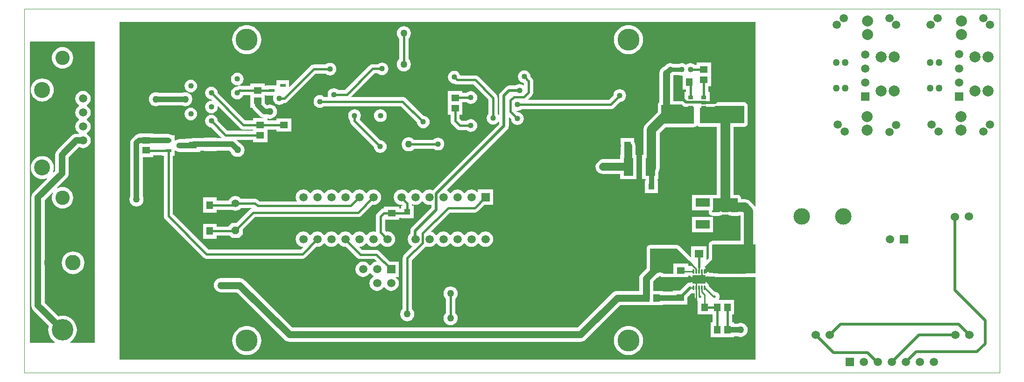
<source format=gbl>
%FSTAX23Y23*%
%MOIN*%
%SFA1B1*%

%IPPOS*%
%AMD15*
4,1,8,0.030500,-0.005900,0.030500,0.005900,0.024600,0.011800,-0.024600,0.011800,-0.030500,0.005900,-0.030500,-0.005900,-0.024600,-0.011800,0.024600,-0.011800,0.030500,-0.005900,0.0*
1,1,0.011820,0.024600,-0.005900*
1,1,0.011820,0.024600,0.005900*
1,1,0.011820,-0.024600,0.005900*
1,1,0.011820,-0.024600,-0.005900*
%
%AMD42*
4,1,8,-0.027600,-0.011500,-0.011500,-0.027600,0.011500,-0.027600,0.027600,-0.011500,0.027600,0.011500,0.011500,0.027600,-0.011500,0.027600,-0.027600,0.011500,-0.027600,-0.011500,0.0*
%
%ADD14R,0.098430X0.059060*%
G04~CAMADD=15~8~0.0~0.0~236.2~610.2~59.1~0.0~15~0.0~0.0~0.0~0.0~0~0.0~0.0~0.0~0.0~0~0.0~0.0~0.0~270.0~610.0~236.0*
%ADD15D15*%
%ADD17R,0.041340X0.043310*%
%ADD20R,0.047240X0.053150*%
%ADD21R,0.053150X0.047240*%
%ADD22R,0.057090X0.045280*%
%ADD23R,0.045280X0.057090*%
%ADD25C,0.015000*%
%ADD26C,0.020000*%
%ADD27C,0.013000*%
%ADD28C,0.040000*%
%ADD29C,0.050000*%
%ADD30C,0.030000*%
%ADD31C,0.065000*%
%ADD33C,0.001000*%
%ADD34C,0.078740*%
%ADD35R,0.059060X0.059060*%
%ADD36C,0.059060*%
%ADD37C,0.110240*%
%ADD38C,0.153540*%
%ADD39C,0.060000*%
%ADD40C,0.114170*%
%ADD41R,0.059060X0.059060*%
G04~CAMADD=42~4~0.0~0.0~551.2~551.2~0.0~161.4~0~0.0~0.0~0.0~0.0~0~0.0~0.0~0.0~0.0~0~0.0~0.0~0.0~135.0~551.2~551.2*
%ADD42D42*%
%ADD43C,0.055120*%
%ADD44C,0.118110*%
%ADD45C,0.050000*%
%ADD46C,0.022840*%
%ADD47C,0.102360*%
%ADD48C,0.157000*%
%ADD49C,0.040000*%
%ADD50C,0.020000*%
%ADD51C,0.062000*%
%ADD52R,0.066930X0.125980*%
%ADD53R,0.094490X0.064960*%
%ADD54O,0.011020X0.033470*%
%ADD55R,0.035430X0.025590*%
%ADD56R,0.061020X0.055120*%
%ADD57R,0.043310X0.041340*%
%ADD58R,0.039370X0.023620*%
%ADD59C,0.045000*%
%ADD60C,0.010000*%
%ADD61C,0.025000*%
%ADD62C,0.070000*%
%ADD63C,0.035000*%
%ADD64C,0.055000*%
%ADD65R,0.027560X0.011020*%
%LNcareboard_smd_ordered_6.29-1*%
%LPD*%
G36*
X04633Y01917D02*
X04691D01*
X04697Y01911*
X04704Y01905*
X04713Y01901*
X04722Y019*
X0478*
Y01783*
X0478Y01782*
X04547*
Y01915*
X04629Y01918*
X04607Y01917*
X04629Y01918*
X04633Y01917*
G37*
G36*
X00503Y02367D02*
Y00216D01*
X00328*
X00327Y0022*
X00329Y00221*
X00344Y00234*
X00357Y0025*
X00366Y00267*
X00372Y00287*
X00374Y00307*
X00372Y00326*
X00366Y00346*
X00357Y00363*
X00344Y00379*
X00329Y00392*
X00311Y00401*
X00292Y00407*
X00272Y00409*
X00252Y00407*
X00242Y00404*
X00145Y00501*
Y01235*
X00201Y01291*
X00205Y01288*
X00201Y01281*
X00197Y01266*
X00195Y01252*
X00197Y01237*
X00201Y01222*
X00208Y01209*
X00218Y01197*
X00229Y01188*
X00243Y01181*
X00257Y01176*
X00272Y01175*
X00287Y01176*
X00301Y01181*
X00315Y01188*
X00326Y01197*
X00336Y01209*
X00343Y01222*
X00347Y01237*
X00349Y01252*
X00347Y01266*
X00343Y01281*
X00336Y01294*
X00326Y01306*
X00315Y01315*
X00301Y01322*
X00287Y01327*
X00272Y01328*
X00257Y01327*
X00243Y01322*
X00236Y01319*
X00233Y01323*
X00302Y01392*
X00309Y01402*
X00314Y01413*
X00316Y01426*
Y01539*
X0039Y01613*
X00391*
X00404Y01607*
X00418Y01606*
X00432Y01607*
X00446Y01613*
X00457Y01622*
X00466Y01633*
X00471Y01646*
X00473Y01661*
X00471Y01675*
X00466Y01688*
X00457Y01699*
X00446Y01708*
Y01713*
X00457Y01722*
X00466Y01733*
X00471Y01746*
X00473Y01761*
X00471Y01775*
X00466Y01788*
X00457Y01799*
X00446Y01808*
Y01813*
X00457Y01822*
X00466Y01833*
X00471Y01846*
X00473Y01861*
X00471Y01875*
X00466Y01888*
X00457Y01899*
X00446Y01908*
Y01913*
X00457Y01922*
X00466Y01933*
X00471Y01946*
X00473Y01961*
X00471Y01975*
X00466Y01988*
X00457Y01999*
X00446Y02008*
X00432Y02014*
X00418Y02016*
X00404Y02014*
X00391Y02008*
X00379Y01999*
X0037Y01988*
X00365Y01975*
X00363Y01961*
X00365Y01946*
X0037Y01933*
X00379Y01922*
X0039Y01913*
Y01908*
X00379Y01899*
X0037Y01888*
X00365Y01875*
X00363Y01861*
X00365Y01846*
X0037Y01833*
X00379Y01822*
X0039Y01813*
Y01808*
X00379Y01799*
X0037Y01788*
X00365Y01775*
X00363Y01761*
X00365Y01746*
X0037Y01733*
X00379Y01722*
X0039Y01713*
X00389Y01708*
X0037*
X00358Y01707*
X00349Y01703*
X00346Y01702*
X00336Y01694*
X00234Y01592*
X00227Y01582*
X00225Y01579*
X00222Y01571*
X0022Y01559*
Y01445*
X00208Y01433*
X00203Y01435*
X00208Y0145*
X00209Y01467*
X00208Y01483*
X00203Y01498*
X00196Y01512*
X00185Y01525*
X00173Y01535*
X00159Y01543*
X00143Y01547*
X00127Y01549*
X00111Y01547*
X00095Y01543*
X00081Y01535*
X00069Y01525*
X00058Y01512*
X00051Y01498*
X00046Y01483*
X00045Y01467*
X00046Y0145*
X00051Y01435*
X00058Y01421*
X00069Y01408*
X00081Y01398*
X00095Y0139*
X00111Y01386*
X00127Y01384*
X00143Y01386*
X00158Y0139*
X00161Y01386*
X00063Y01288*
X00056Y01278*
X00054Y01275*
X00051Y01267*
X00049Y01255*
Y00482*
X00051Y00469*
X00054Y00461*
X00056Y00458*
X00063Y00448*
X00175Y00336*
X00172Y00326*
X0017Y00307*
X00172Y00287*
X00178Y00267*
X00187Y0025*
X002Y00234*
X00215Y00221*
X00217Y0022*
X00216Y00216*
X0004*
X00039Y02365*
X00043Y02369*
X00502*
X00503Y02367*
G37*
G36*
X04681Y02124D02*
X04692Y02123D01*
X04694Y02123*
X04697Y02123*
X04698Y02122*
Y0212*
Y02025*
X04722*
Y02024*
Y02007*
X04712*
Y01942*
X04633*
Y01943*
Y02126*
X04635Y02128*
X04672*
X04681Y02124*
G37*
G36*
X05134Y01909D02*
D01*
X05138Y01908*
Y01784*
X04822*
X04821Y01785*
Y01894*
X04892*
Y01897*
X04928*
X04937Y01898*
X04946Y01901*
X04953Y01907*
X04955Y01909*
X05134*
G37*
G36*
X04746Y00801D02*
X04773Y00778D01*
X04773Y00773*
X04766Y00766*
X04762Y00764*
X0474*
Y0078*
X04633*
Y00709*
X04561*
X04561Y0071*
X04553Y00715*
X04543Y00717*
X04531*
X04521Y00715*
X04513Y0071*
X04508Y00703*
X04467*
X04467Y00703*
Y00889*
X04658*
X04746Y00801*
G37*
G36*
X05219Y00918D02*
Y0071D01*
X05076Y00709*
X05063Y00709*
X04972*
X04895Y00713*
X04887Y00714*
Y00725*
X04865*
Y00737*
X04864Y00745*
X04861Y00752*
X04857Y00757*
X0491Y00809*
Y00915*
X04914Y00919*
X05219Y00918*
G37*
G36*
Y01188D02*
X05217Y01187D01*
X05211Y01196*
X05183Y01224*
X05171Y01233*
X05157Y01239*
X05142Y01241*
X05117*
Y01246*
X05117Y0125*
X05116Y01255*
X05113Y01259*
X0511Y01264*
X05109Y01265*
X05105Y01267*
X05101Y0127*
X05096Y01271*
X05091Y01272*
X05091*
X05063*
Y01758*
X05138*
X05148Y0176*
X05156Y01765*
X05162Y01774*
X05163Y01784*
Y01908*
X05162Y01913*
X05162Y01917*
X05159Y01922*
X05156Y01926*
X05152Y01928*
X05148Y01931*
X05143Y01933*
X05139Y01934*
X05134Y01935*
X04955*
X04953Y01935*
X04952Y01935*
X04948Y01934*
X04948Y01934*
X04945Y01933*
X04945Y01933*
X049*
Y01927*
X04892*
Y01931*
Y02007*
X04883*
Y0202*
Y02047*
X04902*
Y0212*
Y02217*
X04798*
Y02201*
X04785*
X04776Y02207*
X04765Y02212*
X04754Y02214*
X04742Y02212*
X04731Y02207*
X04723Y02201*
X04715Y02207*
X04704Y02212*
X04692Y02214*
X04681Y02212*
X04672Y02208*
X04632*
X04623Y02212*
X04612Y02214*
X046Y02212*
X04589Y02207*
X0458Y022*
X04566Y02187*
X04558Y02183*
X04547Y02175*
X04539Y02165*
X04534Y02153*
X04533Y0214*
Y01935*
X04529Y01933*
X04529Y01932*
X04528Y01932*
X04526Y01928*
X04523Y01924*
X04523Y01924*
X04523Y01923*
X04522Y01919*
X04522Y01915*
Y01865*
X04436Y01779*
X04427Y01767*
X04421Y01753*
X04419Y01738*
Y01559*
X0441*
Y01384*
X04434*
Y01375*
X0443*
Y01284*
X04523*
Y01375*
X0452*
Y01384*
X04527*
Y01436*
X04533Y01449*
X04535Y01465*
Y01714*
X04577Y01756*
X0478*
X04785Y01757*
X04789Y01758*
X04794Y01761*
X04798Y01763*
X048Y01767*
X04802*
X04803Y01766*
Y01766*
X04804Y01765*
X04808Y01763*
X04812Y0176*
X04817Y01759*
X04822Y01758*
X04943*
Y01272*
X04915*
X0491Y01271*
X04767*
Y01162*
X04885*
Y01149*
X04886Y01143*
X04887Y0114*
X0489Y01135*
X04892Y01131*
X04896Y01129*
X04901Y01126*
X04905Y01124*
X04907Y01123*
X04915Y01122*
X04915Y01122*
X04958*
X04961Y01123*
X04964Y01123*
X04966Y01124*
X04967Y01124*
X04969Y01125*
X0497Y01124*
X04978Y01123*
X05028*
X05036Y01124*
X05036Y01125*
X05038*
X05039Y01124*
X0504Y01124*
X05041Y01123*
X05042Y01123*
X05045Y01123*
X05048Y01122*
X05092*
X05102Y01124*
X05103Y01125*
X05112*
Y00945*
X05111Y00944*
X04914Y00944*
X04914*
X04909Y00943*
X04904Y00942*
X049Y00939*
X04896Y00937*
Y00937*
X04892Y00933*
X0489Y00929*
X04887Y00925*
X04886Y0092*
X04885Y00915*
Y00819*
X04872Y00807*
X0487Y00808*
Y00903*
X04759*
Y00825*
X04758Y00825*
X04676Y00907*
X04667Y00912*
X04658Y00914*
X04467*
X04457Y00912*
X04449Y00907*
X04443Y00898*
X04441Y00889*
Y00748*
X04403Y00709*
X04394Y00699*
X04389Y00687*
X04388Y00674*
Y00585*
X04232*
X04219Y00583*
X04207Y00578*
X04197Y0057*
X0395Y00323*
X01912*
X01573Y00662*
X01563Y0067*
X0155Y00675*
X01537Y00677*
X01401*
X01388Y00675*
X01376Y0067*
X01366Y00662*
X01358Y00651*
X01353Y00639*
X01351Y00626*
X01353Y00613*
X01358Y00601*
X01366Y00591*
X01376Y00583*
X01388Y00577*
X01401Y00576*
X01516*
X01855Y00237*
X01866Y00229*
X01878Y00224*
X01891Y00222*
X0397*
X03983Y00224*
X03996Y00229*
X04006Y00237*
X04253Y00484*
X0439*
Y00483*
X0456*
Y00489*
X04677*
X04679Y00489*
X04732*
Y0054*
X04763Y0057*
X04767Y00568*
X04775Y00567*
X04783Y00568*
X04784Y00567*
Y00554*
X04785Y00546*
X04787Y00541*
X04788Y00539*
X04789Y00538*
X04789Y00536*
X04793Y00528*
X04798Y0052*
X04806Y00515*
X04806Y00515*
Y00417*
X04912*
Y0036*
X04899*
Y00253*
X05067*
Y00261*
X05091*
X05099Y00258*
X05112Y00256*
X05125Y00258*
X05137Y00263*
X05148Y00271*
X05156Y00281*
X05161Y00293*
X05162Y00307*
X05161Y0032*
X05156Y00332*
X05148Y00342*
X05137Y0035*
X05125Y00355*
X05112Y00357*
X05099Y00355*
X05091Y00352*
X05067*
Y0036*
X05051*
Y00417*
X05067*
Y0052*
X04954*
X04954Y00522*
X04958Y00528*
X04962Y00536*
X04963Y00545*
X04962Y00555*
X04958Y00563*
X04952Y0057*
X04945Y00576*
X04937Y00579*
X04927Y00581*
X04926Y0058*
X04885Y00622*
X04884Y00629*
X04881Y00636*
X04876Y00642*
X04869Y00647*
X04862Y0065*
X04854Y00651*
X04846Y0065*
X04844Y0065*
X04842Y0065*
X04834Y00651*
X04826Y0065*
X04824Y0065*
X04823Y0065*
X04815Y00651*
X04807Y0065*
X04799Y00647*
X04795Y00644*
X04791Y00647*
X04783Y0065*
X04775Y00651*
X04767Y0065*
X0476Y00647*
X04756Y00644*
X04752Y00645*
X04743Y00644*
X04734Y0064*
X04727Y00634*
X04679Y00587*
X04629*
Y0058*
X0456*
Y00586*
X04489*
Y00653*
X04513Y00678*
X04515Y00678*
X04518Y00679*
X0452Y0068*
X04522Y00681*
X04524Y00683*
X04526Y00684*
X04528Y00687*
X04529Y00688*
X04531Y00691*
Y00692*
X04543*
Y00684*
X0465*
Y00684*
X0474*
Y00692*
Y00695*
X04751*
X04753Y00693*
X04757Y0069*
X0476Y00688*
X04767Y00685*
X04775Y00684*
X04783Y00685*
X04785Y00685*
X04787Y00685*
X04795Y00684*
X04803Y00685*
X04805Y00685*
X04807Y00685*
X04815Y00684*
X04823Y00685*
X0483Y00688*
X04834Y00691*
X04839Y00688*
X04846Y00685*
X04854Y00684*
X04862Y00685*
X04869Y00688*
X04872Y0069*
X04875Y00691*
X04875Y00691*
X04876Y00691*
X04877Y0069*
X04881Y00689*
X04885Y00688*
X04886Y00688*
X04893Y00688*
X04893Y00688*
X04893Y00687*
X04967Y00683*
X04971Y00683*
X04971Y00683*
X04972Y00683*
X05063*
X05064Y00683*
X05065Y00683*
X05077Y00684*
X05218Y00684*
X05219Y00683*
Y00093*
X0068*
Y02508*
X05219*
Y01188*
G37*
G36*
X05092Y01246D02*
Y01148D01*
X05048*
X05043Y01151*
X05036Y01155*
X05028Y01156*
X04978*
X0497Y01155*
X04963Y01151*
X04958Y01148*
X04915*
X04915Y01147*
X0491Y01149*
Y01162*
X04915*
Y01247*
X05091*
X05092Y01246*
G37*
%LNcareboard_smd_ordered_6.29-2*%
%LPC*%
G36*
X00272Y02328D02*
X00257Y02327D01*
X00243Y02322*
X00229Y02315*
X00218Y02306*
X00208Y02294*
X00201Y02281*
X00197Y02266*
X00195Y02252*
X00197Y02237*
X00201Y02222*
X00208Y02209*
X00218Y02197*
X00229Y02188*
X00243Y02181*
X00257Y02176*
X00272Y02175*
X00287Y02176*
X00301Y02181*
X00315Y02188*
X00326Y02197*
X00336Y02209*
X00343Y02222*
X00347Y02237*
X00349Y02252*
X00347Y02266*
X00343Y02281*
X00336Y02294*
X00326Y02306*
X00315Y02315*
X00301Y02322*
X00287Y02327*
X00272Y02328*
G37*
G36*
X04915Y01115D02*
X04767D01*
Y01006*
X04915*
Y01115*
G37*
G36*
X02708Y02477D02*
X02695Y02475D01*
X02683Y0247*
X02672Y02462*
X02664Y02452*
X02659Y0244*
X02658Y02427*
X02659Y02413*
X02664Y02401*
X02672Y02391*
X02675Y02389*
Y02242*
X02672Y0224*
X02664Y0223*
X02659Y02217*
X02658Y02204*
X02659Y02191*
X02664Y02179*
X02672Y02169*
X02683Y02161*
X02695Y02156*
X02708Y02154*
X02721Y02156*
X02733Y02161*
X02744Y02169*
X02752Y02179*
X02757Y02191*
X02758Y02204*
X02757Y02217*
X02752Y0223*
X02744Y0224*
X02741Y02242*
Y02389*
X02744Y02391*
X02752Y02401*
X02757Y02413*
X02758Y02427*
X02757Y0244*
X02752Y02452*
X02744Y02462*
X02733Y0247*
X02721Y02475*
X02708Y02477*
G37*
G36*
X04352Y01678D02*
X04257D01*
Y01628*
X04256Y0162*
Y01559*
X04253*
Y01527*
X04129*
X04115Y01525*
X04103Y0152*
X04092Y01511*
X04083Y015*
X04078Y01488*
X04076Y01474*
X04078Y0146*
X04083Y01448*
X04092Y01437*
X04103Y01428*
X04115Y01423*
X04129Y01421*
X04253*
Y01384*
X0437*
Y01559*
X04362*
Y0162*
X0436Y01634*
X04355Y01647*
X04352Y0165*
Y01678*
G37*
G36*
X02491Y0131D02*
X02476Y01308D01*
X02463Y01303*
X02452Y01294*
X02443Y01283*
X02442Y01279*
X0244*
X02438Y01283*
X0243Y01294*
X02418Y01303*
X02405Y01308*
X02391Y0131*
X02376Y01308*
X02363Y01303*
X02352Y01294*
X02343Y01283*
X02342Y01279*
X0234*
X02338Y01283*
X0233Y01294*
X02318Y01303*
X02305Y01308*
X02291Y0131*
X02276Y01308*
X02263Y01303*
X02252Y01294*
X02243Y01283*
X02242Y01279*
X0224*
X02238Y01283*
X0223Y01294*
X02218Y01303*
X02205Y01308*
X02191Y0131*
X02176Y01308*
X02163Y01303*
X02152Y01294*
X02143Y01283*
X02142Y01279*
X0214*
X02138Y01283*
X0213Y01294*
X02118Y01303*
X02105Y01308*
X02091Y0131*
X02076Y01308*
X02063Y01303*
X02052Y01294*
X02043Y01283*
X02042Y01279*
X0204*
X02038Y01283*
X0203Y01294*
X02018Y01303*
X02005Y01308*
X01991Y0131*
X01976Y01308*
X01963Y01303*
X01952Y01294*
X01943Y01283*
X01938Y01269*
X01936Y01255*
X01938Y01241*
X01943Y01228*
X01944Y01227*
X01943Y01225*
X01679*
X0167Y01234*
X01663Y01239*
X01659Y01241*
X01655Y01242*
X01651Y01243*
X01647Y01244*
X01547*
X01543Y01248*
X01533Y01257*
X0152Y01262*
X01506Y01264*
X01492Y01262*
X0148Y01257*
X01469Y01248*
X0146Y01237*
X01458Y01232*
X01371*
Y01253*
X01276*
Y01146*
X01371*
Y01166*
X01478*
X0148Y01165*
X01492Y0116*
X01506Y01158*
X0152Y0116*
X01533Y01165*
X01543Y01173*
X01547Y01178*
X01621*
X01622Y01176*
X0162Y01176*
X01616Y01174*
X01613Y01171*
X0161Y01169*
X01512Y01071*
X0148*
X01454Y01046*
X01371*
Y01066*
X01276*
Y00959*
X01371*
Y0098*
X01466*
X0148Y00966*
X01532*
X01559Y00992*
Y01025*
X01646Y01113*
X02381*
X02385Y01113*
X0239Y01114*
X02394Y01115*
X02397Y01117*
X02404Y01122*
X02483Y01201*
X02491Y012*
X02505Y01202*
X02518Y01208*
X0253Y01216*
X02538Y01228*
X02544Y01241*
X02546Y01255*
X02544Y01269*
X02538Y01283*
X0253Y01294*
X02518Y01303*
X02505Y01308*
X02491Y0131*
G37*
G36*
X01587Y02484D02*
X01571Y02483D01*
X01555Y02479*
X0154Y02473*
X01526Y02464*
X01514Y02454*
X01503Y02442*
X01495Y02428*
X01488Y02413*
X01484Y02397*
X01483Y02381*
X01484Y02364*
X01488Y02348*
X01495Y02333*
X01503Y02319*
X01514Y02307*
X01526Y02297*
X0154Y02288*
X01555Y02282*
X01571Y02278*
X01587Y02277*
X01603Y02278*
X01619Y02282*
X01634Y02288*
X01648Y02297*
X0166Y02307*
X01671Y02319*
X0168Y02333*
X01686Y02348*
X0169Y02364*
X01691Y02381*
X0169Y02397*
X01686Y02413*
X0168Y02428*
X01671Y02442*
X0166Y02454*
X01648Y02464*
X01634Y02473*
X01619Y02479*
X01603Y02483*
X01587Y02484*
G37*
G36*
X04312Y00334D02*
X04296Y00333D01*
X0428Y00329*
X04265Y00323*
X04251Y00314*
X04239Y00304*
X04228Y00292*
X0422Y00278*
X04213Y00263*
X04209Y00247*
X04208Y00231*
X04209Y00214*
X04213Y00198*
X0422Y00183*
X04228Y00169*
X04239Y00157*
X04251Y00147*
X04265Y00138*
X0428Y00132*
X04296Y00128*
X04312Y00127*
X04328Y00128*
X04344Y00132*
X04359Y00138*
X04373Y00147*
X04385Y00157*
X04396Y00169*
X04405Y00183*
X04411Y00198*
X04415Y00214*
X04416Y00231*
X04415Y00247*
X04411Y00263*
X04405Y00278*
X04396Y00292*
X04385Y00304*
X04373Y00314*
X04359Y00323*
X04344Y00329*
X04328Y00333*
X04312Y00334*
G37*
G36*
X01587D02*
X01571Y00333D01*
X01555Y00329*
X0154Y00323*
X01526Y00314*
X01514Y00304*
X01503Y00292*
X01495Y00278*
X01488Y00263*
X01484Y00247*
X01483Y00231*
X01484Y00214*
X01488Y00198*
X01495Y00183*
X01503Y00169*
X01514Y00157*
X01526Y00147*
X0154Y00138*
X01555Y00132*
X01571Y00128*
X01587Y00127*
X01603Y00128*
X01619Y00132*
X01634Y00138*
X01648Y00147*
X0166Y00157*
X01671Y00169*
X0168Y00183*
X01686Y00198*
X0169Y00214*
X01691Y00231*
X0169Y00247*
X01686Y00263*
X0168Y00278*
X01671Y00292*
X0166Y00304*
X01648Y00314*
X01634Y00323*
X01619Y00329*
X01603Y00333*
X01587Y00334*
G37*
G36*
X03042Y00618D02*
X03029Y00616D01*
X03017Y00611*
X03006Y00603*
X02998Y00592*
X02993Y0058*
X02992Y00567*
X02993Y00554*
X02998Y00542*
X03006Y00531*
X03009Y00529*
Y00429*
X03006Y00426*
X02998Y00416*
X02993Y00404*
X02992Y00391*
X02993Y00378*
X02998Y00366*
X03006Y00355*
X03017Y00347*
X03029Y00342*
X03042Y0034*
X03055Y00342*
X03067Y00347*
X03078Y00355*
X03086Y00366*
X03091Y00378*
X03092Y00391*
X03091Y00404*
X03086Y00416*
X03078Y00426*
X03075Y00429*
Y00529*
X03078Y00531*
X03086Y00542*
X03091Y00554*
X03092Y00567*
X03091Y0058*
X03086Y00592*
X03078Y00603*
X03067Y00611*
X03055Y00616*
X03042Y00618*
G37*
G36*
X04312Y02484D02*
X04296Y02483D01*
X0428Y02479*
X04265Y02473*
X04251Y02464*
X04239Y02454*
X04228Y02442*
X0422Y02428*
X04213Y02413*
X04209Y02397*
X04208Y02381*
X04209Y02364*
X04213Y02348*
X0422Y02333*
X04228Y02319*
X04239Y02307*
X04251Y02297*
X04265Y02288*
X0428Y02282*
X04296Y02278*
X04312Y02277*
X04328Y02278*
X04344Y02282*
X04359Y02288*
X04373Y02297*
X04385Y02307*
X04396Y02319*
X04405Y02333*
X04411Y02348*
X04415Y02364*
X04416Y02381*
X04415Y02397*
X04411Y02413*
X04405Y02428*
X04396Y02442*
X04385Y02454*
X04373Y02464*
X04359Y02473*
X04344Y02479*
X04328Y02483*
X04312Y02484*
G37*
G36*
X00347Y00867D02*
X00331Y00865D01*
X00316Y00861*
X00302Y00853*
X0029Y00843*
X0028Y00831*
X00273Y00817*
X00268Y00802*
X00267Y00787*
X00268Y00771*
X00273Y00756*
X0028Y00742*
X0029Y0073*
X00302Y0072*
X00316Y00712*
X00331Y00708*
X00347Y00706*
X00363Y00708*
X00378Y00712*
X00392Y0072*
X00404Y0073*
X00414Y00742*
X00421Y00756*
X00426Y00771*
X00428Y00787*
X00426Y00802*
X00421Y00817*
X00414Y00831*
X00404Y00843*
X00392Y00853*
X00378Y00861*
X00363Y00865*
X00347Y00867*
G37*
G36*
X03126Y02013D02*
X03023D01*
Y01916*
Y01843*
X03042*
Y01802*
X03042Y01798*
X03043Y01793*
X03044Y01789*
X03046Y01785*
X03051Y01779*
X03086Y01744*
X03089Y01742*
X03092Y01739*
X031Y01736*
X03109Y01735*
X03156*
X03165Y01728*
X03176Y01724*
X03187Y01722*
X03199Y01724*
X0321Y01728*
X03219Y01735*
X03227Y01745*
X03231Y01756*
X03233Y01767*
X03231Y01779*
X03227Y0179*
X03219Y01799*
X0321Y01807*
X03199Y01811*
X03187Y01813*
X03176Y01811*
X03165Y01807*
X03156Y018*
X03122*
X03107Y01815*
Y01843*
X03126*
Y01916*
Y01935*
X03156*
X03165Y01928*
X03176Y01924*
X03187Y01922*
X03199Y01924*
X0321Y01928*
X03219Y01935*
X03227Y01945*
X03231Y01956*
X03233Y01967*
X03231Y01979*
X03227Y0199*
X03219Y01999*
X0321Y02007*
X03199Y02011*
X03187Y02013*
X03176Y02011*
X03165Y02007*
X03156Y02*
X03126*
Y02013*
G37*
G36*
X01188Y01895D02*
X01176Y01893D01*
X01165Y01889*
X01156Y01882*
X01148Y01872*
X01144Y01861*
X01142Y0185*
X01144Y01838*
X01148Y01827*
X01156Y01817*
X01165Y0181*
X01176Y01806*
X01188Y01804*
X012Y01806*
X0121Y0181*
X0122Y01817*
X01227Y01827*
X01232Y01838*
X01233Y0185*
X01232Y01861*
X01227Y01872*
X0122Y01882*
X0121Y01889*
X012Y01893*
X01188Y01895*
G37*
G36*
X00127Y02104D02*
X00111Y02102D01*
X00095Y02098*
X00081Y0209*
X00069Y0208*
X00058Y02067*
X00051Y02053*
X00046Y02038*
X00045Y02022*
X00046Y02005*
X00051Y0199*
X00058Y01976*
X00069Y01963*
X00081Y01953*
X00095Y01945*
X00111Y01941*
X00127Y01939*
X00143Y01941*
X00159Y01945*
X00173Y01953*
X00185Y01963*
X00196Y01976*
X00203Y0199*
X00208Y02005*
X00209Y02022*
X00208Y02038*
X00203Y02053*
X00196Y02067*
X00185Y0208*
X00173Y0209*
X00159Y02098*
X00143Y02102*
X00127Y02104*
G37*
G36*
X01148Y02006D02*
X01135Y02004D01*
X01127Y02001*
X00959*
X00951Y02004*
X00938Y02006*
X00925Y02004*
X00913Y01999*
X00902Y01991*
X00894Y01981*
X00889Y01969*
X00888Y01956*
X00889Y01943*
X00894Y0193*
X00902Y0192*
X00913Y01912*
X00925Y01907*
X00938Y01905*
X00951Y01907*
X00959Y0191*
X01127*
X01135Y01907*
X01148Y01905*
X01161Y01907*
X01173Y01912*
X01184Y0192*
X01192Y0193*
X01197Y01943*
X01198Y01956*
X01197Y01969*
X01192Y01981*
X01184Y01991*
X01173Y01999*
X01161Y02004*
X01148Y02006*
G37*
G36*
X01188Y02095D02*
X01176Y02093D01*
X01165Y02089*
X01156Y02082*
X01148Y02072*
X01144Y02061*
X01142Y0205*
X01144Y02038*
X01148Y02027*
X01156Y02017*
X01165Y0201*
X01176Y02006*
X01188Y02004*
X012Y02006*
X0121Y0201*
X0122Y02017*
X01227Y02027*
X01232Y02038*
X01233Y0205*
X01232Y02061*
X01227Y02072*
X0122Y02082*
X0121Y02089*
X012Y02093*
X01188Y02095*
G37*
G36*
X02541Y01884D02*
X02529Y01882D01*
X02519Y01878*
X02509Y01871*
X02502Y01861*
X02497Y0185*
X02496Y01839*
X02497Y01827*
X02502Y01816*
X02509Y01806*
X02519Y01799*
X02529Y01795*
X02541Y01793*
X02553Y01795*
X02564Y01799*
X02573Y01806*
X02581Y01816*
X02585Y01827*
X02587Y01839*
X02585Y0185*
X02581Y01861*
X02573Y01871*
X02564Y01878*
X02553Y01882*
X02541Y01884*
G37*
G36*
X02743Y01683D02*
X0273Y01682D01*
X02718Y01677*
X02707Y01669*
X02699Y01658*
X02694Y01646*
X02693Y01633*
X02694Y0162*
X02699Y01608*
X02707Y01597*
X02718Y01589*
X0273Y01584*
X02743Y01583*
X02756Y01584*
X02768Y01589*
X02779Y01597*
X02781Y016*
X02924*
X02929Y01596*
X0294Y01592*
X02952Y0159*
X02964Y01592*
X02975Y01596*
X02984Y01603*
X02991Y01613*
X02996Y01624*
X02997Y01635*
X02996Y01647*
X02991Y01658*
X02984Y01667*
X02975Y01675*
X02964Y01679*
X02952Y01681*
X0294Y01679*
X02929Y01675*
X0292Y01667*
X02919Y01666*
X02781*
X02779Y01669*
X02768Y01677*
X02756Y01682*
X02743Y01683*
G37*
G36*
X02356Y01884D02*
X02344Y01882D01*
X02334Y01878*
X02324Y01871*
X02317Y01861*
X02312Y0185*
X02311Y01839*
X02312Y01827*
X02317Y01816*
X02323Y01807*
Y018*
X02324Y01796*
X02325Y01792*
X02326Y01788*
X02328Y01784*
X02333Y01777*
X02495Y01615*
X02496Y01605*
X02501Y01594*
X02508Y01584*
X02517Y01577*
X02528Y01573*
X0254Y01571*
X02552Y01573*
X02563Y01577*
X02572Y01584*
X02579Y01594*
X02584Y01605*
X02585Y01617*
X02584Y01628*
X02579Y01639*
X02572Y01649*
X02563Y01656*
X02552Y0166*
X02541Y01662*
X02392Y01811*
X02396Y01816*
X024Y01827*
X02402Y01839*
X024Y0185*
X02396Y01861*
X02388Y01871*
X02379Y01878*
X02368Y01882*
X02356Y01884*
G37*
G36*
X02553Y02218D02*
X02541Y02216D01*
X0253Y02212*
X02522Y02205*
X02485*
X02481Y02205*
X02477Y02204*
X02473Y02203*
X02469Y02201*
X02462Y02196*
X02287Y02021*
X02241*
X02232Y02028*
X02221Y02032*
X02209Y02034*
X02198Y02032*
X02187Y02028*
X02177Y02021*
X0217Y02011*
X02166Y02*
X02164Y01989*
X02166Y01977*
X02167Y01974*
X02166Y01972*
X0214*
X02132Y01978*
X02121Y01983*
X02109Y01985*
X02097Y01983*
X02086Y01978*
X02077Y01971*
X0207Y01962*
X02065Y01951*
X02064Y01939*
X02065Y01927*
X0207Y01916*
X02077Y01907*
X02086Y019*
X02097Y01895*
X02109Y01894*
X02121Y01895*
X02132Y019*
X0214Y01906*
X02687*
X02802Y01791*
X02803Y01781*
X02808Y0177*
X02815Y0176*
X02824Y01753*
X02835Y01749*
X02847Y01747*
X02859Y01749*
X0287Y01753*
X02879Y0176*
X02886Y0177*
X02891Y01781*
X02892Y01793*
X02891Y01804*
X02886Y01815*
X02879Y01825*
X0287Y01832*
X02859Y01836*
X02848Y01838*
X02724Y01962*
X02717Y01968*
X02713Y01969*
X02709Y01971*
X02705Y01971*
X027Y01972*
X02333*
X02333Y01974*
X02499Y0214*
X02522*
X0253Y02133*
X02541Y02129*
X02553Y02127*
X02565Y02129*
X02576Y02133*
X02585Y0214*
X02592Y0215*
X02597Y02161*
X02598Y02173*
X02597Y02184*
X02592Y02195*
X02585Y02205*
X02576Y02212*
X02565Y02216*
X02553Y02218*
G37*
G36*
X02181Y02216D02*
X02169Y02215D01*
X02158Y0221*
X0215Y02203*
X02064*
X02056Y02202*
X0205Y022*
X02048Y02199*
X02045Y02197*
X02041Y02194*
X01892Y02044*
X0189Y02045*
Y02092*
X018*
Y02055*
X01722*
Y02051*
X01715*
Y02067*
X01612*
Y02051*
X0155*
X01547Y02052*
X01538Y02053*
X01529Y02052*
X0152Y02048*
X01515Y02044*
X01508Y02043*
X01497Y02039*
X01488Y02032*
X0148Y02022*
X01476Y02011*
X01474Y02*
X01476Y01988*
X0148Y01977*
X01488Y01967*
X01497Y0196*
X01508Y01956*
X0152Y01954*
X01531Y01956*
X01542Y0196*
X01552Y01967*
X01559Y01977*
X01562Y01985*
X01612*
Y01969*
Y01896*
X01623*
X01624Y01893*
X01632Y01884*
X01681Y01835*
X0169Y01828*
X01694Y01826*
X01701Y01823*
X01712Y01822*
X01712Y0182*
X01631*
Y01804*
X01577*
X0138Y02001*
X01378Y02011*
X01374Y02022*
X01367Y02032*
X01357Y02039*
X01346Y02043*
X01335Y02045*
X01323Y02043*
X01312Y02039*
X01302Y02032*
X01295Y02022*
X01291Y02011*
X01289Y02*
X01291Y01988*
X01295Y01977*
X01302Y01967*
X01312Y0196*
X01323Y01956*
X01333Y01954*
X01342Y01946*
X01341Y01944*
X01335Y01945*
X01323Y01943*
X01312Y01939*
X01302Y01932*
X01295Y01922*
X01291Y01911*
X01289Y019*
X01291Y01888*
X01295Y01877*
X01302Y01867*
X01312Y0186*
X01323Y01856*
X01335Y01854*
X01346Y01856*
X01357Y0186*
X01367Y01867*
X01374Y01877*
X01378Y01888*
X0138Y019*
X01379Y01906*
X01381Y01907*
X0154Y01748*
X01544Y01745*
X01547Y01743*
X01549Y01742*
X01555Y01739*
X01563Y01738*
X01631*
Y01731*
X0145*
X0138Y01801*
X01378Y01811*
X01374Y01822*
X01367Y01832*
X01357Y01839*
X01346Y01843*
X01335Y01845*
X01323Y01843*
X01312Y01839*
X01302Y01832*
X01295Y01822*
X01291Y01811*
X01289Y018*
X01291Y01788*
X01295Y01777*
X01302Y01767*
X01312Y0176*
X01323Y01756*
X01333Y01754*
X01407Y0168*
X01407Y01678*
X01373*
Y0168*
X01281*
Y01678*
X0121*
X01198Y01677*
X01192Y01674*
X0115*
Y0167*
X01106*
X01095Y01668*
X01084Y01664*
X0108Y01661*
X01073*
X01073Y01662*
X01072Y01665*
Y01699*
X01054*
X0105Y01702*
X01039Y01706*
X01027Y01708*
X0092*
Y01711*
X00816*
Y01707*
X00808Y01706*
X00797Y01702*
X00788Y01695*
X00768Y01675*
X00761Y01665*
X00759Y01661*
X00756Y01654*
X00755Y01643*
Y01261*
X00751Y01253*
X0075Y0124*
X00751Y01226*
X00756Y01214*
X00764Y01204*
X00775Y01196*
X00787Y01191*
X008Y01189*
X00813Y01191*
X00825Y01196*
X00836Y01204*
X00844Y01214*
X00849Y01226*
X0085Y0124*
X00849Y01253*
X00845Y01261*
Y01541*
X0092*
Y01554*
X00983*
Y0155*
X00995*
Y01121*
X00995Y01117*
X00996Y01112*
X00998Y01108*
X00999Y01104*
X01004Y01098*
X01277Y00825*
X0128Y00823*
X01284Y0082*
X01288Y00818*
X01292Y00817*
X01296Y00816*
X013Y00816*
X01984*
X01988Y00816*
X01993Y00817*
X01997Y00818*
X02Y0082*
X02007Y00825*
X02083Y00901*
X02091Y009*
X02105Y00902*
X02118Y00908*
X0213Y00916*
X02138Y00928*
X0214Y00931*
X02142*
X02143Y00928*
X02152Y00916*
X02163Y00908*
X02176Y00902*
X02191Y009*
X02205Y00902*
X02218Y00908*
X0223Y00916*
X02238Y00928*
X0224Y00931*
X02242*
X02243Y00928*
X02252Y00916*
X02263Y00908*
X02276Y00902*
X02291Y009*
X02297Y00901*
X02376Y00822*
X02383Y00817*
X02386Y00815*
X0239Y00814*
X02395Y00813*
X02399Y00813*
X02499*
X02515Y00797*
X02514Y00795*
X02503Y00794*
X0249Y00788*
X02479Y00779*
X0247Y00768*
X02469Y00765*
X02467*
X02465Y00768*
X02457Y00779*
X02445Y00788*
X02432Y00794*
X02418Y00796*
X02403Y00794*
X0239Y00788*
X02379Y00779*
X0237Y00768*
X02365Y00755*
X02363Y00741*
X02365Y00726*
X0237Y00713*
X02379Y00702*
X0239Y00693*
X02403Y00687*
X02418Y00686*
X02432Y00687*
X02445Y00693*
X02457Y00702*
X02465Y00713*
X02467Y00716*
X02469*
X0247Y00713*
X02479Y00702*
X0249Y00693*
X02494Y00692*
Y0069*
X0249Y00688*
X02479Y00679*
X0247Y00668*
X02465Y00655*
X02463Y00641*
X02465Y00626*
X0247Y00613*
X02479Y00602*
X0249Y00593*
X02503Y00587*
X02518Y00586*
X02532Y00587*
X02545Y00593*
X02557Y00602*
X02565Y00613*
X02567Y00616*
X02569*
X0257Y00613*
X02579Y00602*
X0259Y00593*
X02603Y00587*
X02618Y00586*
X02632Y00587*
X02645Y00593*
X02657Y00602*
X02665Y00613*
X02671Y00626*
X02673Y00641*
X02671Y00655*
X02665Y00668*
X02657Y00679*
X0265Y00684*
X02651Y00686*
X02672*
Y00795*
X0261*
X02536Y00869*
X02529Y00874*
X02525Y00876*
X02521Y00877*
X02517Y00878*
X02513Y00878*
X02413*
X02392Y00899*
X02393Y00901*
X02405Y00902*
X02418Y00908*
X0243Y00916*
X02438Y00928*
X0244Y00931*
X02442*
X02443Y00928*
X02452Y00916*
X02463Y00908*
X02476Y00902*
X02491Y009*
X02505Y00902*
X02518Y00908*
X0253Y00916*
X02538Y00928*
X0254Y00931*
X02542*
X02543Y00928*
X02552Y00916*
X02563Y00908*
X02576Y00902*
X02591Y009*
X02605Y00902*
X02618Y00908*
X0263Y00916*
X02638Y00928*
X02644Y00941*
X02646Y00955*
X02644Y00969*
X02638Y00983*
X0263Y00994*
X02618Y01003*
X02605Y01008*
X02591Y0101*
X02582Y01009*
X02574Y01017*
Y01094*
X02675*
Y01109*
X02688*
Y01103*
X02779*
Y01196*
X02766*
Y01205*
X02768Y01206*
X02776Y01202*
X02791Y012*
X02805Y01202*
X02818Y01208*
X0283Y01216*
X02838Y01228*
X0284Y01231*
X02842*
X02843Y01228*
X02852Y01216*
X02863Y01208*
X02876Y01202*
X02891Y012*
X02902Y01202*
X02904Y012*
Y01178*
X02765Y0104*
X02759Y01032*
X02756Y01024*
X02755Y01015*
Y00996*
X02752Y00994*
X02743Y00983*
X02738Y00969*
X02736Y00955*
X02738Y00941*
X02743Y00928*
X02752Y00916*
X02763Y00908*
X0277Y00905*
X0277Y00903*
X0271Y00843*
X02705Y00836*
X02703Y00832*
X02701Y00828*
X02701Y00824*
X027Y0082*
Y00457*
X02697Y00455*
X02689Y00445*
X02684Y00433*
X02683Y0042*
X02684Y00406*
X02689Y00394*
X02697Y00384*
X02708Y00376*
X0272Y00371*
X02733Y00369*
X02746Y00371*
X02758Y00376*
X02769Y00384*
X02777Y00394*
X02782Y00406*
X02783Y0042*
X02782Y00433*
X02777Y00445*
X02769Y00455*
X02766Y00457*
Y00806*
X02866Y00906*
X02866Y00906*
X02876Y00902*
X02891Y009*
X02905Y00902*
X02918Y00908*
X0293Y00916*
X02938Y00928*
X0294Y00931*
X02942*
X02943Y00928*
X02952Y00916*
X02963Y00908*
X02976Y00902*
X02991Y009*
X03005Y00902*
X03018Y00908*
X0303Y00916*
X03038Y00928*
X0304Y00931*
X03042*
X03043Y00928*
X03052Y00916*
X03063Y00908*
X03076Y00902*
X03091Y009*
X03105Y00902*
X03118Y00908*
X0313Y00916*
X03138Y00928*
X0314Y00931*
X03142*
X03143Y00928*
X03152Y00916*
X03163Y00908*
X03176Y00902*
X03191Y009*
X03205Y00902*
X03218Y00908*
X0323Y00916*
X03238Y00928*
X0324Y00931*
X03242*
X03243Y00928*
X03252Y00916*
X03263Y00908*
X03276Y00902*
X03291Y009*
X03305Y00902*
X03318Y00908*
X0333Y00916*
X03338Y00928*
X03344Y00941*
X03346Y00955*
X03344Y00969*
X03338Y00983*
X0333Y00994*
X03318Y01003*
X03305Y01008*
X03291Y0101*
X03276Y01008*
X03263Y01003*
X03252Y00994*
X03243Y00983*
X03242Y00979*
X0324*
X03238Y00983*
X0323Y00994*
X03218Y01003*
X03205Y01008*
X03191Y0101*
X03176Y01008*
X03163Y01003*
X03152Y00994*
X03143Y00983*
X03142Y00979*
X0314*
X03138Y00983*
X0313Y00994*
X03118Y01003*
X03105Y01008*
X03091Y0101*
X03076Y01008*
X03063Y01003*
X03052Y00994*
X03043Y00983*
X03042Y00979*
X0304*
X03038Y00983*
X0303Y00994*
X03018Y01003*
X03005Y01008*
X02991Y0101*
X02976Y01008*
X02963Y01003*
X02952Y00994*
X02943Y00983*
X02942Y00979*
X0294*
X02938Y00983*
X0293Y00994*
X02918Y01003*
X02905Y01008*
X02903Y01009*
X02902Y01011*
X03038Y01146*
X03214*
X03218Y01146*
X03223Y01147*
X03227Y01148*
X0323Y0115*
X03237Y01155*
X03283Y01201*
X03345*
Y0131*
X03236*
Y01289*
X03234Y01288*
X0323Y01294*
X03218Y01303*
X03205Y01308*
X03191Y0131*
X03176Y01308*
X03163Y01303*
X03152Y01294*
X03143Y01283*
X03142Y01279*
X0314*
X03138Y01283*
X0313Y01294*
X03118Y01303*
X03105Y01308*
X03091Y0131*
X03076Y01308*
X03063Y01303*
X03052Y01294*
X03043Y01283*
X03042Y01279*
X0304*
X03038Y01283*
X0303Y01294*
X03018Y01303*
X03015Y01304*
X03015Y01306*
X03448Y0174*
X03454Y01747*
X03457Y01755*
X03458Y01765*
Y01829*
X0346Y0183*
X03474Y01816*
X03475Y01806*
X0348Y01795*
X03487Y01785*
X03497Y01778*
X03507Y01774*
X03519Y01772*
X03531Y01774*
X03542Y01778*
X03551Y01785*
X03559Y01795*
X03563Y01806*
X03565Y01817*
X03563Y01829*
X03559Y0184*
X03551Y01849*
X03542Y01857*
X03531Y01861*
X0352Y01863*
X03512Y01871*
X03513Y01873*
X03519Y01872*
X03531Y01874*
X03542Y01878*
X0355Y01885*
X04185*
X04189Y01885*
X04194Y01886*
X04198Y01887*
X04202Y01889*
X04208Y01894*
X0425Y01936*
X04261Y01937*
X04272Y01942*
X04281Y01949*
X04288Y01959*
X04293Y0197*
X04294Y01981*
X04293Y01993*
X04288Y02004*
X04281Y02013*
X04272Y02021*
X04261Y02025*
X04249Y02027*
X04237Y02025*
X04226Y02021*
X04217Y02013*
X0421Y02004*
X04205Y01993*
X04204Y01982*
X04172Y0195*
X03593*
X03592Y01952*
X03622Y01982*
X03627Y01989*
X03631Y01997*
X03632Y02006*
Y02086*
X03631Y02094*
X03627Y02102*
X03624Y02106*
X03622Y02109*
X03613Y02118*
X03612Y02128*
X03607Y02139*
X036Y02149*
X03591Y02156*
X0358Y0216*
X03568Y02162*
X03556Y0216*
X03545Y02156*
X03536Y02149*
X03529Y02139*
X03524Y02128*
X03523Y02117*
X03524Y02105*
X03529Y02094*
X03536Y02084*
X03545Y02077*
X03556Y02073*
X03566Y02071*
Y02053*
X03564Y02052*
X03558Y02057*
X03547Y02061*
X03535Y02063*
X03523Y02061*
X03512Y02057*
X03507Y02053*
X0346*
X03451Y02052*
X03442Y02048*
X03435Y02042*
X03398Y02005*
X03392Y01998*
X03389Y0199*
X03388Y01981*
Y01839*
X03386Y01839*
X03384Y01842*
X03378Y01851*
Y01966*
X03377Y01971*
X03377Y01975*
X03375Y01979*
X03373Y01983*
X0337Y01987*
X03368Y0199*
X03242Y02116*
X03235Y02121*
X03231Y02123*
X03227Y02124*
X03223Y02125*
X03219Y02125*
X03112*
X03107Y02136*
X031Y02145*
X03091Y02153*
X0308Y02157*
X03068Y02159*
X03056Y02157*
X03045Y02153*
X03036Y02145*
X03029Y02136*
X03024Y02125*
X03023Y02113*
X03024Y02102*
X03029Y02091*
X03036Y02081*
X03045Y02074*
X03056Y02069*
X03067Y02068*
X03069Y02066*
X03072Y02064*
X03075Y02063*
X0308Y02061*
X03089Y0206*
X03205*
X03312Y01953*
Y01851*
X03306Y01842*
X03301Y01831*
X033Y0182*
X03301Y01808*
X03306Y01797*
X03313Y01787*
X03322Y0178*
X03333Y01776*
X03345Y01774*
X03357Y01776*
X03368Y0178*
X03377Y01787*
X03384Y01797*
X03386Y018*
X03388Y018*
Y01779*
X02914Y01305*
X02914Y01305*
X02905Y01308*
X02891Y0131*
X02876Y01308*
X02863Y01303*
X02852Y01294*
X02843Y01283*
X02842Y01279*
X0284*
X02838Y01283*
X0283Y01294*
X02818Y01303*
X02805Y01308*
X02791Y0131*
X02776Y01308*
X02763Y01303*
X02752Y01294*
X02743Y01283*
X02742Y01279*
X0274*
X02738Y01283*
X0273Y01294*
X02718Y01303*
X02705Y01308*
X02691Y0131*
X02676Y01308*
X02663Y01303*
X02652Y01294*
X02643Y01283*
X02638Y01269*
X02636Y01255*
X02638Y01241*
X02643Y01228*
X02652Y01216*
X02663Y01208*
X02676Y01202*
X02691Y012*
X02697Y01201*
X027Y01198*
X02699Y01196*
X02688*
Y01174*
X02675*
Y01189*
X02567*
Y01174*
X02564*
X02556Y01173*
X0255Y01171*
X02548Y0117*
X02545Y01168*
X02541Y01165*
X02518Y01142*
X02513Y01135*
X02511Y01131*
X0251Y01127*
X02509Y01123*
X02508Y01119*
Y01009*
X02507Y01008*
X02505Y01008*
X02491Y0101*
X02476Y01008*
X02463Y01003*
X02452Y00994*
X02443Y00983*
X02442Y00979*
X0244*
X02438Y00983*
X0243Y00994*
X02418Y01003*
X02405Y01008*
X02391Y0101*
X02376Y01008*
X02363Y01003*
X02352Y00994*
X02343Y00983*
X02342Y00979*
X0234*
X02338Y00983*
X0233Y00994*
X02318Y01003*
X02305Y01008*
X02291Y0101*
X02276Y01008*
X02263Y01003*
X02252Y00994*
X02243Y00983*
X02242Y00979*
X0224*
X02238Y00983*
X0223Y00994*
X02218Y01003*
X02205Y01008*
X02191Y0101*
X02176Y01008*
X02163Y01003*
X02152Y00994*
X02143Y00983*
X02142Y00979*
X0214*
X02138Y00983*
X0213Y00994*
X02118Y01003*
X02105Y01008*
X02091Y0101*
X02076Y01008*
X02063Y01003*
X02052Y00994*
X02043Y00983*
X02042Y00979*
X0204*
X02038Y00983*
X0203Y00994*
X02018Y01003*
X02005Y01008*
X01991Y0101*
X01976Y01008*
X01963Y01003*
X01952Y00994*
X01943Y00983*
X01938Y00969*
X01936Y00955*
X01938Y00941*
X01943Y00928*
X01952Y00916*
X01963Y00908*
X01976Y00902*
X01987Y00901*
X01988Y00899*
X01971Y00881*
X01314*
X0106Y01134*
Y0155*
X01072*
Y01588*
X0108*
X01084Y01585*
X01095Y01581*
X01106Y01579*
X0115*
Y01579*
X01257*
Y01588*
X01281*
Y01586*
X01373*
Y01588*
X01462*
X01474Y01576*
X01477Y01568*
X01485Y01557*
X01496Y01549*
X01508Y01544*
X01521Y01543*
X01534Y01544*
X01546Y01549*
X01557Y01557*
X01565Y01568*
X0157Y0158*
X01572Y01593*
X0157Y01606*
X01565Y01618*
X01557Y01629*
X01546Y01637*
X01538Y0164*
X01515Y01663*
X01516Y01665*
X01631*
Y01649*
X01735*
Y01722*
Y01738*
X01799*
Y01723*
X01907*
Y01819*
X01799*
Y01804*
X01735*
Y01818*
X01736Y01819*
X01739Y01818*
X01752Y01816*
X01765Y01818*
X01777Y01823*
X01788Y01831*
X01796Y01842*
X01801Y01854*
X01802Y01867*
X01801Y0188*
X01796Y01892*
X01788Y01903*
X01777Y01911*
X01765Y01916*
X01752Y01917*
X01739Y01916*
X01731Y01912*
X01715Y01928*
Y01969*
Y01985*
X01722*
Y01981*
X01778*
X01779Y0198*
X01776Y01972*
X01775Y01961*
X01776Y01949*
X01781Y01938*
X01788Y01928*
X01797Y01921*
X01808Y01917*
X0182Y01915*
X01832Y01917*
X01843Y01921*
X01851Y01928*
X01854*
X01858Y01928*
X01862Y01929*
X01866Y0193*
X0187Y01932*
X01877Y01937*
X02078Y02138*
X0215*
X02158Y02131*
X02169Y02127*
X02181Y02125*
X02193Y02127*
X02204Y02131*
X02213Y02139*
X0222Y02148*
X02225Y02159*
X02226Y02171*
X02225Y02182*
X0222Y02193*
X02213Y02203*
X02204Y0221*
X02193Y02215*
X02181Y02216*
G37*
G36*
X0152Y02145D02*
X01508Y02143D01*
X01497Y02139*
X01488Y02132*
X0148Y02122*
X01476Y02111*
X01474Y021*
X01476Y02088*
X0148Y02077*
X01488Y02067*
X01497Y0206*
X01508Y02056*
X0152Y02054*
X01531Y02056*
X01542Y0206*
X01552Y02067*
X01559Y02077*
X01563Y02088*
X01565Y021*
X01563Y02111*
X01559Y02122*
X01552Y02132*
X01542Y02139*
X01531Y02143*
X0152Y02145*
G37*
%LNcareboard_smd_ordered_6.29-3*%
%LPD*%
G54D14*
X04841Y01061D03*
Y01217D03*
G54D15*
X05003Y01161D03*
Y01119D03*
G54D17*
X01327Y01633D03*
Y01554D03*
X02733Y0115D03*
Y01071D03*
X0498Y00733D03*
Y00654D03*
G54D20*
X04747Y02077D03*
X04674D03*
X05018Y00469D03*
X04945D03*
X04438Y00535D03*
X04511D03*
X04855Y00469D03*
X04782D03*
G54D21*
X01683Y01698D03*
Y01771D03*
X03074Y01892D03*
Y01965D03*
X01664Y01945D03*
Y02018D03*
X00868Y01662D03*
Y0159D03*
X0485Y02095D03*
Y02168D03*
X04681Y00538D03*
Y00465D03*
G54D22*
X01853Y01771D03*
Y01698D03*
X01203Y01627D03*
Y01554D03*
X02621Y01069D03*
Y01142D03*
X0467Y01895D03*
Y01967D03*
X04954Y01885D03*
Y01958D03*
X04597Y00659D03*
Y00732D03*
X04687Y00732D03*
Y00659D03*
G54D23*
X01323Y01013D03*
X01251D03*
X04304Y01625D03*
X04232D03*
X01323Y01199D03*
X01251D03*
X05019Y00307D03*
X04946D03*
G54D25*
X0485Y0197D02*
Y02095D01*
X04849Y01969D02*
X0485Y0197D01*
X04747Y02077D02*
X04755Y02069D01*
Y01969D02*
Y02069D01*
X01538Y02018D02*
X01664D01*
X01766*
X01766Y02018*
X03074Y01802D02*
Y01892D01*
Y01802D02*
X03109Y01767D01*
X03187*
X03519Y01917D02*
X04185D01*
X04249Y01981*
X01563Y01771D02*
X01683D01*
X01335Y02D02*
X01563Y01771D01*
X01853D02*
D01*
X01683D02*
X01853D01*
X05112Y00307D02*
X05117Y00302D01*
X05018Y00308D02*
Y00469D01*
X04849Y01894D02*
X04945D01*
X04954Y01885*
X05003Y01836*
X04945Y00308D02*
Y00469D01*
X04855D02*
X04945D01*
X03214Y01179D02*
X0329Y01254D01*
X03024Y01179D02*
X03214D01*
X02843Y00997D02*
X03024Y01179D01*
X02843Y00929D02*
Y00997D01*
X02733Y0082D02*
X02843Y00929D01*
X02733Y0042D02*
Y0082D01*
X04815Y00756D02*
Y00851D01*
X04754Y02168D02*
X0485D01*
X02513Y00846D02*
X02618Y00741D01*
X02399Y00846D02*
X02513D01*
X0229Y00954D02*
X02399Y00846D01*
X03042Y00391D02*
Y00567D01*
X01027Y01662D02*
X01028Y01662D01*
X02621Y01142D02*
X02726D01*
X02733Y0115D02*
Y01211D01*
X0269Y01254D02*
X02733Y01211D01*
X02564Y01142D02*
X02621D01*
X02541Y01119D02*
X02564Y01142D01*
X02541Y01003D02*
Y01119D01*
Y01003D02*
X0259Y00954D01*
X0295Y01633D02*
X02952Y01635D01*
X02743Y01633D02*
X0295D01*
X02708Y02204D02*
Y02427D01*
X0347Y01947D02*
X03494Y01971D01*
X0347Y01867D02*
Y01947D01*
Y01867D02*
X03519Y01817D01*
X03494Y01971D02*
X03564D01*
X03599Y02006*
X03568Y02117D02*
X03599Y02086D01*
Y02006D02*
Y02086D01*
X01436Y01698D02*
X01683D01*
X01335Y018D02*
X01436Y01698D01*
X0467Y01895D02*
X04755D01*
X04755Y01894*
X04583Y01895D02*
X0467D01*
X04583Y01888D02*
X04608D01*
X00868Y0159D02*
X0087Y01587D01*
X01028*
X01984Y00849D02*
X0209Y00954D01*
X01028Y01121D02*
Y01587D01*
Y01121D02*
X013Y00849D01*
X01984*
X03077Y01967D02*
X03187D01*
X03074Y01965D02*
X03077Y01967D01*
X03219Y02093D02*
X03345Y01966D01*
Y0182D02*
Y01966D01*
X03089Y02093D02*
X03219D01*
X03068Y02113D02*
X03089Y02093D01*
X027Y01939D02*
X02847Y01793D01*
X02109Y01939D02*
X027D01*
X04795Y00658D02*
X04834Y00697D01*
X04774Y00659D02*
X04785Y00648D01*
X01203Y01554D02*
X01327D01*
X04674Y01971D02*
Y02077D01*
X0467Y01967D02*
X04674Y01971D01*
X04846Y01936D02*
X04849Y01932D01*
X04928D02*
X04954Y01958D01*
X02621Y01069D02*
X02732D01*
X02733Y01071*
Y00998D02*
Y01071D01*
X0269Y00954D02*
X02733Y00998D01*
X01251Y01013D02*
Y01199D01*
X02356Y018D02*
Y01839D01*
Y018D02*
X0254Y01617D01*
X0182Y01961D02*
X01854D01*
X02064Y02171*
X02181*
X02209Y01989D02*
X02301D01*
X02485Y02173*
X02553*
X04304Y01625D02*
X04309Y0162D01*
X015Y01013D02*
X01506Y01019D01*
X01323Y01013D02*
X015D01*
X01506Y01019D02*
X01633Y01146D01*
X02381*
X0249Y01254*
X01323Y01199D02*
X01494D01*
X01665Y01193D02*
X02328D01*
X0239Y01254*
X01494Y01199D02*
X01506Y01211D01*
X01647D02*
X01665Y01193D01*
X01506Y01211D02*
X01647D01*
G54D26*
X04681Y00538D02*
X04752Y00609D01*
X0152Y02D02*
X01538Y02018D01*
X04583Y01888D02*
Y01895D01*
X04687Y00659D02*
X04774D01*
X0467Y01967D02*
X0469D01*
X04722Y01936*
X04846*
X04849Y01932D02*
X04928D01*
X02939Y01164D02*
Y01281D01*
X0279Y01015D02*
X02939Y01164D01*
X0279Y00954D02*
Y01015D01*
X03423Y01981D02*
X0346Y02017D01*
X03535*
X02939Y01281D02*
X03423Y01765D01*
Y01981*
X0602Y00145D02*
X06087Y00078D01*
X05774Y00145D02*
X0602D01*
X0565Y0027D02*
X05774Y00145D01*
X06192Y00078D02*
X06384Y0027D01*
X06645*
X06858Y00209D02*
Y00373D01*
X068Y00151D02*
X06858Y00209D01*
X06365Y00151D02*
X068D01*
X06642Y0059D02*
X06858Y00373D01*
X06642Y0059D02*
Y01116D01*
X06292Y00078D02*
X06365Y00151D01*
X06668Y00349D02*
X06726Y00291D01*
X05827Y00349D02*
X06668D01*
X0575Y00272D02*
X05827Y00349D01*
G54D27*
X04677Y00535D02*
X04681Y00538D01*
X04633Y00804D02*
X04733D01*
X04496Y00732D02*
X04597D01*
Y00768*
X04633Y00804*
G54D28*
X04511Y00535D02*
X04677D01*
X05019Y00307D02*
X05112D01*
X008Y0124D02*
Y01643D01*
X0082Y01662D02*
X00868D01*
X01027*
X008Y01643D02*
X0082Y01662D01*
X01713Y01867D02*
X01752D01*
X01664Y01916D02*
X01713Y01867D01*
X00938Y01956D02*
X01148D01*
X01481Y01633D02*
X01521Y01593D01*
X01327Y01633D02*
X01481D01*
X01203Y01627D02*
X0121Y01633D01*
X01201Y01625D02*
X01203Y01627D01*
X0121Y01633D02*
X01327D01*
X01106Y01625D02*
X01201D01*
X04583Y0214D02*
X04612Y02168D01*
X04681Y00465D02*
X04779D01*
X0401Y0133D02*
X04398D01*
X03945Y01395D02*
X0401Y0133D01*
G54D29*
X01891Y00273D02*
X0397D01*
X01537Y00626D02*
X01891Y00273D01*
X01401Y00626D02*
X01537D01*
X04438Y00674D02*
X04496Y00732D01*
X04438Y00535D02*
Y00674D01*
X04232Y00535D02*
X04438D01*
X0397Y00273D02*
X04232Y00535D01*
X05003Y01208D02*
X05028Y01183D01*
X04583Y01895D02*
Y0214D01*
X04175Y01625D02*
X04232D01*
X03945Y01395D02*
X04175Y01625D01*
G54D30*
X04612Y02168D02*
X04692D01*
G54D31*
X04974Y00851D02*
X05148D01*
X05028Y01183D02*
X05142D01*
X05148Y00851D02*
X0517Y00873D01*
Y01155*
X05142Y01183D02*
X0517Y01155D01*
X04477Y01738D02*
X04608Y0187D01*
X04477Y01465D02*
Y01738D01*
G54D33*
X06963Y0D02*
Y026D01*
X0D02*
X06963D01*
X0Y0D02*
X06963D01*
X0D02*
Y026D01*
G54D34*
X06787Y02258D03*
X0688D03*
X06689Y02516D03*
Y02418D03*
X0688Y02014D03*
X06787Y02014D03*
X06686Y01734D03*
Y01832D03*
X06015Y01831D03*
Y01733D03*
X06116Y02013D03*
X06209Y02013D03*
X06018Y02417D03*
Y02515D03*
X06209Y02257D03*
X06116D03*
G54D35*
X06673Y01975D03*
X06002Y01974D03*
X00418Y01561D03*
X03291Y01255D03*
G54D36*
X06673Y02075D03*
Y02176D03*
Y02277D03*
X06002Y02276D03*
Y02175D03*
Y02074D03*
X02618Y00641D03*
X02518Y00741D03*
Y00641D03*
X02418Y00741D03*
Y00641D03*
X06492Y00078D03*
X06392D03*
X06292D03*
X06192D03*
X05992D03*
X06092D03*
X00418Y01961D03*
Y01861D03*
Y01761D03*
Y01661D03*
X0618Y00956D03*
X03191Y01255D03*
X03091D03*
X02991D03*
X02891D03*
X02791D03*
X02691D03*
X02591D03*
X02491D03*
X02391D03*
X02291D03*
X02191D03*
X02091D03*
X01991D03*
X03291Y00955D03*
X03191D03*
X03091D03*
X02991D03*
X02891D03*
X02791D03*
X02691D03*
X02591D03*
X02491D03*
X02391D03*
X02291D03*
X02191D03*
X02091D03*
X01991D03*
X06526Y01724D03*
X06476Y01774D03*
X06893Y01773D03*
X06846Y01723D03*
Y02535D03*
X06893Y02488D03*
X06519Y02535D03*
X06469Y02488D03*
X05798Y02487D03*
X05848Y02534D03*
X06222Y02487D03*
X06175Y02534D03*
Y01722D03*
X06222Y01772D03*
X05805Y01773D03*
X05855Y01723D03*
G54D37*
X00347Y00787D03*
X00197D03*
G54D38*
X00272Y00577D03*
Y00307D03*
G54D39*
X06742Y01118D03*
X06642Y01116D03*
X06745Y00272D03*
X06645Y0027D03*
X0575Y00272D03*
X0565Y0027D03*
G54D40*
X00127Y01467D03*
Y01652D03*
Y01837D03*
Y02022D03*
G54D41*
X02618Y00741D03*
X05892Y00078D03*
X0628Y00956D03*
G54D42*
X01506Y01019D03*
G54D43*
X01506Y01211D03*
G54D44*
X05548Y01118D03*
X05847Y01117D03*
G54D45*
X0653Y02034D03*
Y02219D03*
X06465Y02034D03*
Y02219D03*
X05794Y02218D03*
Y02033D03*
X05859Y02218D03*
Y02033D03*
X01401Y00626D03*
X05112Y00307D03*
X0517Y00873D03*
X02733Y0042D03*
X03042Y00391D03*
Y00567D03*
X008Y0124D03*
X02743Y01633D03*
X02708Y02204D03*
Y02427D03*
X01752Y01867D03*
X00938Y01956D03*
X01148D03*
X01521Y01593D03*
X01369Y00741D03*
X0341Y00862D03*
G54D46*
X04785Y00687D03*
X04815Y00668D03*
X04785Y00648D03*
X04844Y00687D03*
Y00648D03*
G54D47*
X00272Y02252D03*
Y01252D03*
G54D48*
X04312Y00231D03*
Y02381D03*
X01587D03*
Y00231D03*
G54D49*
X0152Y02D03*
X03187Y01767D03*
X03519Y01917D03*
X04249Y01981D03*
X01335Y02D03*
X01188Y0185D03*
X04754Y02168D03*
X02952Y01635D03*
X03519Y01817D03*
X03568Y02117D03*
X01335Y018D03*
X04692Y02168D03*
X03187Y01967D03*
X03068Y02113D03*
X03345Y0182D03*
X01188Y0205D03*
X02847Y01793D03*
X02109Y01939D03*
X01541Y01894D03*
X02595Y01693D03*
X0257Y01994D03*
X03671Y01847D03*
X05092Y02037D03*
X04964D03*
Y02127D03*
X05092Y02125D03*
X05001Y01008D03*
X04928Y00638D03*
X05028Y02084D03*
X03869Y00634D03*
X03895Y01132D03*
X0254Y01617D03*
X02356Y01839D03*
X02541D03*
X02181Y02171D03*
X0182Y01961D03*
X01335Y019D03*
X0152Y021D03*
X02209Y01989D03*
X02553Y02173D03*
X03535Y02017D03*
X04129Y01474D03*
G54D50*
X04927Y00545D03*
X04823D03*
G54D51*
X03945Y01395D03*
G54D52*
X04469Y01472D03*
X04311D03*
G54D53*
X04815Y00668D03*
G54D54*
X04775Y00726D03*
X04795D03*
X04815D03*
X04834D03*
X04854D03*
Y00609D03*
X04834D03*
X04815D03*
X04795D03*
X04775D03*
G54D55*
X04849Y01969D03*
Y01932D03*
Y01894D03*
X04755D03*
Y01969D03*
G54D56*
X04974Y00851D03*
X04815D03*
G54D57*
X04476Y0133D03*
X04398D03*
G54D58*
X01028Y01587D03*
Y01662D03*
X01106Y01625D03*
X01766Y02018D03*
Y02093D03*
X01845Y02056D03*
G54D59*
X00097Y00482D02*
X00272Y00307D01*
X00268Y01559D02*
X0037Y01661D01*
X00418*
X00272Y00577D02*
X00407D01*
X00418Y01361D02*
Y01561D01*
X00407Y00577D02*
X00466Y00636D01*
Y01313*
X00418Y01361D02*
X00466Y01313D01*
X00097Y00482D02*
Y01255D01*
X00268Y01426*
Y01559*
G54D60*
X04752Y00609D02*
X04775D01*
X04693Y00726D02*
X04775D01*
X04733Y00804D02*
X04795Y00741D01*
X04854Y00609D02*
X04918Y00545D01*
X04815Y00554D02*
X04823Y00545D01*
X04815Y00554D02*
Y00609D01*
X04834Y00579D02*
X04855Y00559D01*
Y00469D02*
Y00559D01*
X04834Y00579D02*
Y00609D01*
X04815Y00726D02*
Y00755D01*
X04785Y00648D02*
X04795Y00638D01*
Y00577D02*
Y00638D01*
Y00481D02*
Y00577D01*
X04834Y00697D02*
Y00726D01*
X01327Y01554D02*
X01327Y01554D01*
G54D61*
X04861Y00726D02*
X04868Y00733D01*
X0498*
X04597Y00659D02*
X04686D01*
G54D62*
X05003Y01208D02*
Y01836D01*
G54D63*
X04477Y0133D02*
Y01465D01*
G54D64*
X04129Y01474D02*
X04309D01*
Y0162*
G54D65*
X04754Y00677D03*
Y00658D03*
X04876D03*
Y00677D03*
M02*
</source>
